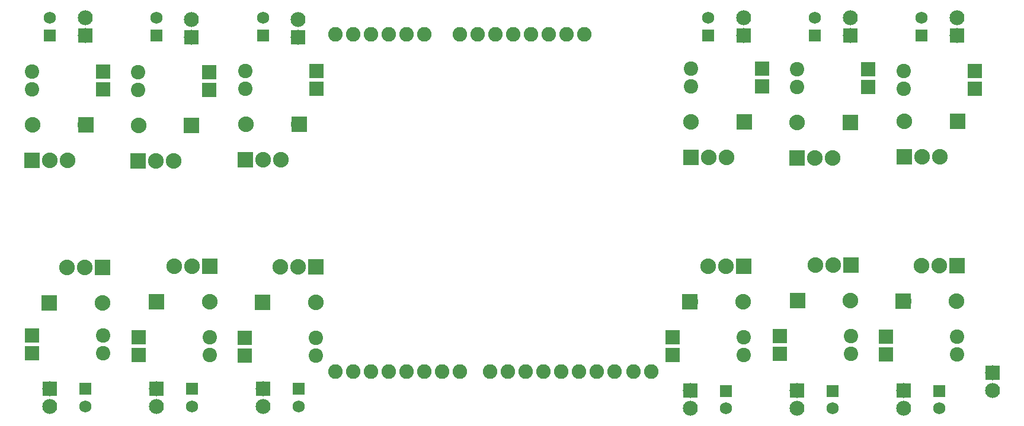
<source format=gbs>
G04 MADE WITH FRITZING*
G04 WWW.FRITZING.ORG*
G04 DOUBLE SIDED*
G04 HOLES PLATED*
G04 CONTOUR ON CENTER OF CONTOUR VECTOR*
%ASAXBY*%
%FSLAX23Y23*%
%MOIN*%
%OFA0B0*%
%SFA1.0B1.0*%
%ADD10C,0.081833*%
%ADD11C,0.081000*%
%ADD12C,0.088000*%
%ADD13C,0.084000*%
%ADD14C,0.068992*%
%ADD15R,0.081000X0.081000*%
%ADD16R,0.088000X0.088000*%
%ADD17R,0.084000X0.084000*%
%ADD18R,0.068992X0.068992*%
%LNMASK0*%
G90*
G70*
G54D10*
X3638Y366D03*
X3538Y366D03*
X3431Y366D03*
X3331Y366D03*
X3231Y366D03*
X3131Y366D03*
X3031Y366D03*
X2931Y366D03*
X2831Y366D03*
X2731Y366D03*
X2561Y366D03*
X2461Y366D03*
X2361Y366D03*
X2261Y366D03*
X2161Y366D03*
X2061Y366D03*
X1961Y366D03*
X1861Y366D03*
X3261Y2266D03*
X3161Y2266D03*
X3061Y2266D03*
X2961Y2266D03*
X2861Y2266D03*
X2761Y2266D03*
X2661Y2266D03*
X2561Y2266D03*
X2361Y2266D03*
X2261Y2266D03*
X2161Y2266D03*
X2061Y2266D03*
X1961Y2266D03*
X1861Y2266D03*
G54D11*
X556Y1956D03*
X156Y1956D03*
X4957Y562D03*
X5357Y562D03*
G54D12*
X5357Y962D03*
X5257Y962D03*
X5157Y962D03*
X156Y1556D03*
X256Y1556D03*
X356Y1556D03*
G54D13*
X456Y2260D03*
X456Y2360D03*
X5057Y259D03*
X5057Y159D03*
G54D12*
X5057Y762D03*
X5355Y762D03*
X456Y1756D03*
X158Y1756D03*
G54D11*
X4957Y462D03*
X5357Y462D03*
X556Y2056D03*
X156Y2056D03*
G54D14*
X5257Y257D03*
X5257Y159D03*
X256Y2261D03*
X256Y2360D03*
G54D13*
X5557Y359D03*
X5557Y259D03*
G54D11*
X4361Y566D03*
X4761Y566D03*
X1152Y1952D03*
X752Y1952D03*
G54D12*
X4761Y966D03*
X4661Y966D03*
X4561Y966D03*
X752Y1552D03*
X852Y1552D03*
X952Y1552D03*
G54D13*
X4457Y259D03*
X4457Y159D03*
X1052Y2249D03*
X1052Y2349D03*
G54D12*
X4461Y766D03*
X4759Y766D03*
X1052Y1752D03*
X754Y1752D03*
G54D11*
X4361Y466D03*
X4761Y466D03*
X1152Y2052D03*
X752Y2052D03*
G54D14*
X4657Y257D03*
X4657Y159D03*
X856Y2261D03*
X856Y2360D03*
G54D11*
X3757Y559D03*
X4157Y559D03*
X1756Y1960D03*
X1356Y1960D03*
X5457Y1959D03*
X5057Y1959D03*
X156Y571D03*
X556Y571D03*
G54D12*
X4157Y959D03*
X4057Y959D03*
X3957Y959D03*
X1356Y1560D03*
X1456Y1560D03*
X1556Y1560D03*
X5061Y1577D03*
X5161Y1577D03*
X5261Y1577D03*
X552Y952D03*
X452Y952D03*
X352Y952D03*
G54D13*
X3857Y259D03*
X3857Y159D03*
X1652Y2249D03*
X1652Y2349D03*
X5357Y2259D03*
X5357Y2359D03*
G54D12*
X3857Y759D03*
X4155Y759D03*
X1656Y1760D03*
X1358Y1760D03*
X5361Y1777D03*
X5063Y1777D03*
X252Y752D03*
X550Y752D03*
G54D11*
X3757Y459D03*
X4157Y459D03*
X1756Y2060D03*
X1356Y2060D03*
X5457Y2059D03*
X5057Y2059D03*
X156Y471D03*
X556Y471D03*
G54D14*
X4057Y257D03*
X4057Y159D03*
X1456Y2261D03*
X1456Y2360D03*
X5157Y2260D03*
X5157Y2359D03*
X456Y269D03*
X456Y171D03*
G54D11*
X4261Y1973D03*
X3861Y1973D03*
X1352Y556D03*
X1752Y556D03*
G54D12*
X3861Y1573D03*
X3961Y1573D03*
X4061Y1573D03*
X1752Y956D03*
X1652Y956D03*
X1552Y956D03*
G54D13*
X4157Y2259D03*
X4157Y2359D03*
X1456Y271D03*
X1456Y171D03*
G54D12*
X4161Y1773D03*
X3863Y1773D03*
X1452Y756D03*
X1750Y756D03*
G54D11*
X4261Y2073D03*
X3861Y2073D03*
X1352Y456D03*
X1752Y456D03*
G54D14*
X3957Y2260D03*
X3957Y2359D03*
X1656Y269D03*
X1656Y171D03*
G54D11*
X4857Y1970D03*
X4457Y1970D03*
X756Y560D03*
X1156Y560D03*
G54D12*
X4457Y1570D03*
X4557Y1570D03*
X4657Y1570D03*
X1156Y960D03*
X1056Y960D03*
X956Y960D03*
G54D13*
X4757Y2259D03*
X4757Y2359D03*
X856Y271D03*
X856Y171D03*
G54D12*
X4757Y1770D03*
X4459Y1770D03*
X856Y760D03*
X1154Y760D03*
G54D11*
X4857Y2070D03*
X4457Y2070D03*
X756Y460D03*
X1156Y460D03*
G54D14*
X4557Y2260D03*
X4557Y2359D03*
X1056Y269D03*
X1056Y171D03*
G54D13*
X256Y271D03*
X256Y171D03*
G54D15*
X556Y1956D03*
X4957Y562D03*
G54D16*
X5357Y962D03*
X156Y1556D03*
G54D17*
X456Y2260D03*
X5057Y259D03*
G54D16*
X5056Y762D03*
X457Y1756D03*
G54D15*
X4957Y462D03*
X556Y2056D03*
G54D18*
X5257Y257D03*
X256Y2261D03*
G54D17*
X5557Y359D03*
G54D15*
X4361Y566D03*
X1152Y1952D03*
G54D16*
X4761Y966D03*
X752Y1552D03*
G54D17*
X4457Y259D03*
X1052Y2249D03*
G54D16*
X4460Y766D03*
X1053Y1752D03*
G54D15*
X4361Y466D03*
X1152Y2052D03*
G54D18*
X4657Y257D03*
X856Y2261D03*
G54D15*
X3757Y559D03*
X1756Y1960D03*
X5457Y1959D03*
X156Y571D03*
G54D16*
X4157Y959D03*
X1356Y1560D03*
X5061Y1577D03*
X552Y952D03*
G54D17*
X3857Y259D03*
X1652Y2249D03*
X5357Y2259D03*
G54D16*
X3856Y759D03*
X1657Y1760D03*
X5362Y1777D03*
X251Y752D03*
G54D15*
X3757Y459D03*
X1756Y2060D03*
X5457Y2059D03*
X156Y471D03*
G54D18*
X4057Y257D03*
X1456Y2261D03*
X5157Y2260D03*
X456Y269D03*
G54D15*
X4261Y1973D03*
X1352Y556D03*
G54D16*
X3861Y1573D03*
X1752Y956D03*
G54D17*
X4157Y2259D03*
X1456Y271D03*
G54D16*
X4162Y1773D03*
X1451Y756D03*
G54D15*
X4261Y2073D03*
X1352Y456D03*
G54D18*
X3957Y2260D03*
X1656Y269D03*
G54D15*
X4857Y1970D03*
X756Y560D03*
G54D16*
X4457Y1570D03*
X1156Y960D03*
G54D17*
X4757Y2259D03*
X856Y271D03*
G54D16*
X4758Y1770D03*
X855Y760D03*
G54D15*
X4857Y2070D03*
X756Y460D03*
G54D18*
X4557Y2260D03*
X1056Y269D03*
G54D17*
X256Y271D03*
G04 End of Mask0*
M02*
</source>
